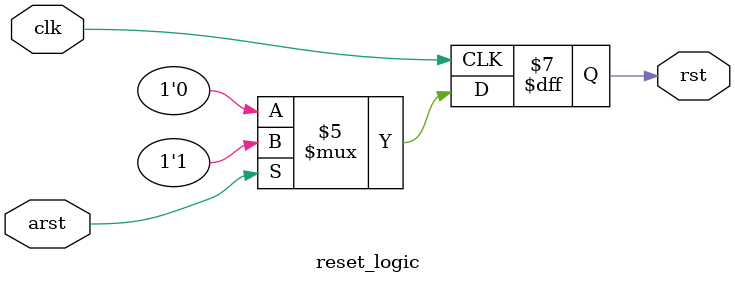
<source format=v>


module reset_logic(
        input clk,        
        input arst,
        output reg rst
);

    initial rst <= 0;

    always @(posedge clk)
        if (arst == 1) 
            rst <= 1;
        else
            rst <= 0;

endmodule

</source>
